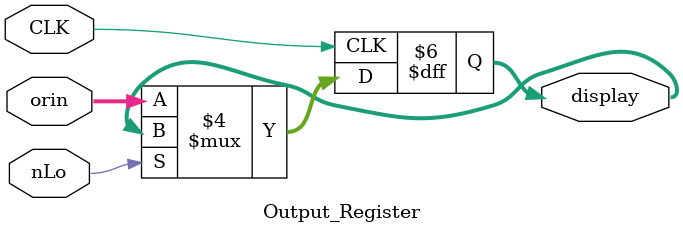
<source format=v>
module Output_Register(nLo, CLK, orin, display);
input CLK, nLo; //Inputs from the block diagram
input [7:0] orin; //8 bits from W bus

output [7:0] display; //8 bits going to Binary Display

reg [7:0] display;  //Registers to hold the data being sent to the Binary Display

always @ (posedge CLK)

begin 
  if(!nLo) //When nLo is low the next pos CLK edge loads the accumulator word into the output register
    display = orin;
  end
  
endmodule

</source>
